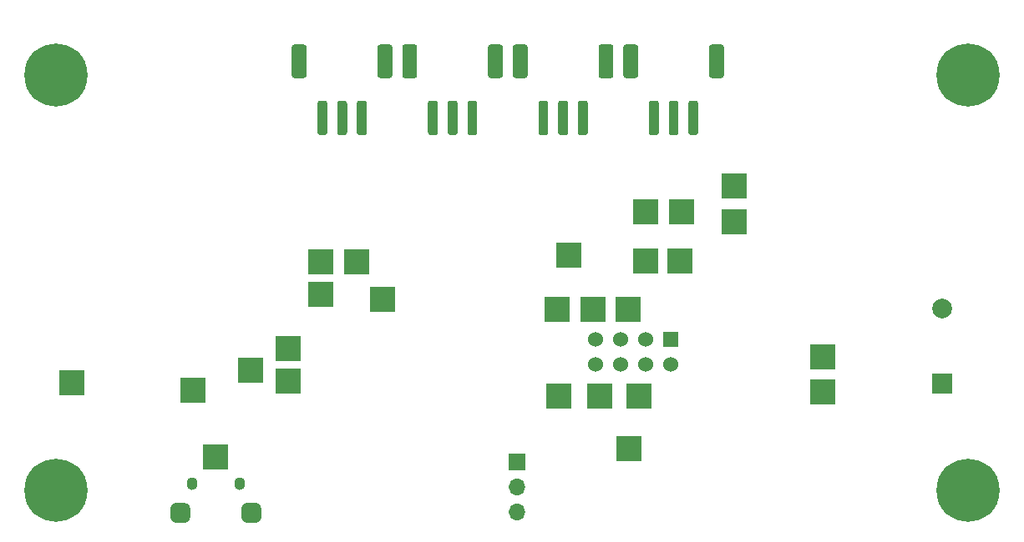
<source format=gbr>
%TF.GenerationSoftware,KiCad,Pcbnew,5.1.9-73d0e3b20d~88~ubuntu20.04.1*%
%TF.CreationDate,2021-03-25T20:20:19-05:00*%
%TF.ProjectId,DroneController,44726f6e-6543-46f6-9e74-726f6c6c6572,rev?*%
%TF.SameCoordinates,Original*%
%TF.FileFunction,Soldermask,Bot*%
%TF.FilePolarity,Negative*%
%FSLAX46Y46*%
G04 Gerber Fmt 4.6, Leading zero omitted, Abs format (unit mm)*
G04 Created by KiCad (PCBNEW 5.1.9-73d0e3b20d~88~ubuntu20.04.1) date 2021-03-25 20:20:19*
%MOMM*%
%LPD*%
G01*
G04 APERTURE LIST*
%ADD10R,2.500000X2.500000*%
%ADD11O,1.700000X1.700000*%
%ADD12R,1.700000X1.700000*%
%ADD13O,1.100000X1.300000*%
%ADD14C,1.524000*%
%ADD15R,1.524000X1.524000*%
%ADD16C,0.800000*%
%ADD17C,6.400000*%
%ADD18C,2.000000*%
%ADD19R,2.000000X2.000000*%
G04 APERTURE END LIST*
D10*
%TO.C,TP26*%
X133500000Y-113800000D03*
%TD*%
%TO.C,TP25*%
X127700000Y-115800000D03*
%TD*%
%TO.C,TP24*%
X115400000Y-115000000D03*
%TD*%
%TO.C,TP23*%
X130000000Y-122600000D03*
%TD*%
%TO.C,TP22*%
X171900000Y-121700000D03*
%TD*%
%TO.C,TP21*%
X173600000Y-97700000D03*
%TD*%
%TO.C,TP20*%
X182500000Y-95100000D03*
%TD*%
%TO.C,TP19*%
X177000000Y-102700000D03*
%TD*%
%TO.C,TP18*%
X165800000Y-102100000D03*
%TD*%
%TO.C,TP17*%
X173600000Y-102700000D03*
%TD*%
%TO.C,TP16*%
X177200000Y-97700000D03*
%TD*%
%TO.C,TP15*%
X182500000Y-98700000D03*
%TD*%
%TO.C,TP14*%
X164800000Y-116400000D03*
%TD*%
%TO.C,TP13*%
X171800000Y-107600000D03*
%TD*%
%TO.C,TP12*%
X172900000Y-116400000D03*
%TD*%
%TO.C,TP11*%
X191500000Y-116000000D03*
%TD*%
%TO.C,TP10*%
X164600000Y-107600000D03*
%TD*%
%TO.C,TP9*%
X191500000Y-112400000D03*
%TD*%
%TO.C,TP8*%
X168900000Y-116400000D03*
%TD*%
%TO.C,TP7*%
X168200000Y-107600000D03*
%TD*%
%TO.C,TP6*%
X140600000Y-102800000D03*
%TD*%
%TO.C,TP5*%
X137300000Y-114900000D03*
%TD*%
%TO.C,TP4*%
X140600000Y-106100000D03*
%TD*%
%TO.C,TP3*%
X137300000Y-111600000D03*
%TD*%
%TO.C,TP2*%
X146900000Y-106600000D03*
%TD*%
%TO.C,TP1*%
X144300000Y-102800000D03*
%TD*%
D11*
%TO.C,J1*%
X160500000Y-128180000D03*
X160500000Y-125640000D03*
D12*
X160500000Y-123100000D03*
%TD*%
D13*
%TO.C,J2*%
X132400000Y-125250000D03*
X127600000Y-125250000D03*
G36*
G01*
X132600000Y-128750000D02*
X132600000Y-127750000D01*
G75*
G02*
X133100000Y-127250000I500000J0D01*
G01*
X134100000Y-127250000D01*
G75*
G02*
X134600000Y-127750000I0J-500000D01*
G01*
X134600000Y-128750000D01*
G75*
G02*
X134100000Y-129250000I-500000J0D01*
G01*
X133100000Y-129250000D01*
G75*
G02*
X132600000Y-128750000I0J500000D01*
G01*
G37*
G36*
G01*
X125400000Y-128750000D02*
X125400000Y-127750000D01*
G75*
G02*
X125900000Y-127250000I500000J0D01*
G01*
X126900000Y-127250000D01*
G75*
G02*
X127400000Y-127750000I0J-500000D01*
G01*
X127400000Y-128750000D01*
G75*
G02*
X126900000Y-129250000I-500000J0D01*
G01*
X125900000Y-129250000D01*
G75*
G02*
X125400000Y-128750000I0J500000D01*
G01*
G37*
%TD*%
D14*
%TO.C,U6*%
X168480000Y-113140000D03*
X168480000Y-110600000D03*
X171020000Y-113140000D03*
X171020000Y-110600000D03*
X173560000Y-113140000D03*
X173560000Y-110600000D03*
X176100000Y-113140000D03*
D15*
X176100000Y-110600000D03*
%TD*%
D16*
%TO.C,H4*%
X207945056Y-124286944D03*
X206248000Y-123584000D03*
X204550944Y-124286944D03*
X203848000Y-125984000D03*
X204550944Y-127681056D03*
X206248000Y-128384000D03*
X207945056Y-127681056D03*
X208648000Y-125984000D03*
D17*
X206248000Y-125984000D03*
%TD*%
D16*
%TO.C,H3*%
X207945056Y-82122944D03*
X206248000Y-81420000D03*
X204550944Y-82122944D03*
X203848000Y-83820000D03*
X204550944Y-85517056D03*
X206248000Y-86220000D03*
X207945056Y-85517056D03*
X208648000Y-83820000D03*
D17*
X206248000Y-83820000D03*
%TD*%
D16*
%TO.C,H2*%
X115489056Y-124286944D03*
X113792000Y-123584000D03*
X112094944Y-124286944D03*
X111392000Y-125984000D03*
X112094944Y-127681056D03*
X113792000Y-128384000D03*
X115489056Y-127681056D03*
X116192000Y-125984000D03*
D17*
X113792000Y-125984000D03*
%TD*%
D16*
%TO.C,H1*%
X115489056Y-82122944D03*
X113792000Y-81420000D03*
X112094944Y-82122944D03*
X111392000Y-83820000D03*
X112094944Y-85517056D03*
X113792000Y-86220000D03*
X115489056Y-85517056D03*
X116192000Y-83820000D03*
D17*
X113792000Y-83820000D03*
%TD*%
%TO.C,J14*%
G36*
G01*
X146400000Y-83850000D02*
X146400000Y-80950000D01*
G75*
G02*
X146650000Y-80700000I250000J0D01*
G01*
X147650000Y-80700000D01*
G75*
G02*
X147900000Y-80950000I0J-250000D01*
G01*
X147900000Y-83850000D01*
G75*
G02*
X147650000Y-84100000I-250000J0D01*
G01*
X146650000Y-84100000D01*
G75*
G02*
X146400000Y-83850000I0J250000D01*
G01*
G37*
G36*
G01*
X137700000Y-83850000D02*
X137700000Y-80950000D01*
G75*
G02*
X137950000Y-80700000I250000J0D01*
G01*
X138950000Y-80700000D01*
G75*
G02*
X139200000Y-80950000I0J-250000D01*
G01*
X139200000Y-83850000D01*
G75*
G02*
X138950000Y-84100000I-250000J0D01*
G01*
X137950000Y-84100000D01*
G75*
G02*
X137700000Y-83850000I0J250000D01*
G01*
G37*
G36*
G01*
X144300000Y-89650000D02*
X144300000Y-86650000D01*
G75*
G02*
X144550000Y-86400000I250000J0D01*
G01*
X145050000Y-86400000D01*
G75*
G02*
X145300000Y-86650000I0J-250000D01*
G01*
X145300000Y-89650000D01*
G75*
G02*
X145050000Y-89900000I-250000J0D01*
G01*
X144550000Y-89900000D01*
G75*
G02*
X144300000Y-89650000I0J250000D01*
G01*
G37*
G36*
G01*
X142300000Y-89650000D02*
X142300000Y-86650000D01*
G75*
G02*
X142550000Y-86400000I250000J0D01*
G01*
X143050000Y-86400000D01*
G75*
G02*
X143300000Y-86650000I0J-250000D01*
G01*
X143300000Y-89650000D01*
G75*
G02*
X143050000Y-89900000I-250000J0D01*
G01*
X142550000Y-89900000D01*
G75*
G02*
X142300000Y-89650000I0J250000D01*
G01*
G37*
G36*
G01*
X140300000Y-89650000D02*
X140300000Y-86650000D01*
G75*
G02*
X140550000Y-86400000I250000J0D01*
G01*
X141050000Y-86400000D01*
G75*
G02*
X141300000Y-86650000I0J-250000D01*
G01*
X141300000Y-89650000D01*
G75*
G02*
X141050000Y-89900000I-250000J0D01*
G01*
X140550000Y-89900000D01*
G75*
G02*
X140300000Y-89650000I0J250000D01*
G01*
G37*
%TD*%
%TO.C,J12*%
G36*
G01*
X157600000Y-83850000D02*
X157600000Y-80950000D01*
G75*
G02*
X157850000Y-80700000I250000J0D01*
G01*
X158850000Y-80700000D01*
G75*
G02*
X159100000Y-80950000I0J-250000D01*
G01*
X159100000Y-83850000D01*
G75*
G02*
X158850000Y-84100000I-250000J0D01*
G01*
X157850000Y-84100000D01*
G75*
G02*
X157600000Y-83850000I0J250000D01*
G01*
G37*
G36*
G01*
X148900000Y-83850000D02*
X148900000Y-80950000D01*
G75*
G02*
X149150000Y-80700000I250000J0D01*
G01*
X150150000Y-80700000D01*
G75*
G02*
X150400000Y-80950000I0J-250000D01*
G01*
X150400000Y-83850000D01*
G75*
G02*
X150150000Y-84100000I-250000J0D01*
G01*
X149150000Y-84100000D01*
G75*
G02*
X148900000Y-83850000I0J250000D01*
G01*
G37*
G36*
G01*
X155500000Y-89650000D02*
X155500000Y-86650000D01*
G75*
G02*
X155750000Y-86400000I250000J0D01*
G01*
X156250000Y-86400000D01*
G75*
G02*
X156500000Y-86650000I0J-250000D01*
G01*
X156500000Y-89650000D01*
G75*
G02*
X156250000Y-89900000I-250000J0D01*
G01*
X155750000Y-89900000D01*
G75*
G02*
X155500000Y-89650000I0J250000D01*
G01*
G37*
G36*
G01*
X153500000Y-89650000D02*
X153500000Y-86650000D01*
G75*
G02*
X153750000Y-86400000I250000J0D01*
G01*
X154250000Y-86400000D01*
G75*
G02*
X154500000Y-86650000I0J-250000D01*
G01*
X154500000Y-89650000D01*
G75*
G02*
X154250000Y-89900000I-250000J0D01*
G01*
X153750000Y-89900000D01*
G75*
G02*
X153500000Y-89650000I0J250000D01*
G01*
G37*
G36*
G01*
X151500000Y-89650000D02*
X151500000Y-86650000D01*
G75*
G02*
X151750000Y-86400000I250000J0D01*
G01*
X152250000Y-86400000D01*
G75*
G02*
X152500000Y-86650000I0J-250000D01*
G01*
X152500000Y-89650000D01*
G75*
G02*
X152250000Y-89900000I-250000J0D01*
G01*
X151750000Y-89900000D01*
G75*
G02*
X151500000Y-89650000I0J250000D01*
G01*
G37*
%TD*%
%TO.C,J10*%
G36*
G01*
X168800000Y-83850000D02*
X168800000Y-80950000D01*
G75*
G02*
X169050000Y-80700000I250000J0D01*
G01*
X170050000Y-80700000D01*
G75*
G02*
X170300000Y-80950000I0J-250000D01*
G01*
X170300000Y-83850000D01*
G75*
G02*
X170050000Y-84100000I-250000J0D01*
G01*
X169050000Y-84100000D01*
G75*
G02*
X168800000Y-83850000I0J250000D01*
G01*
G37*
G36*
G01*
X160100000Y-83850000D02*
X160100000Y-80950000D01*
G75*
G02*
X160350000Y-80700000I250000J0D01*
G01*
X161350000Y-80700000D01*
G75*
G02*
X161600000Y-80950000I0J-250000D01*
G01*
X161600000Y-83850000D01*
G75*
G02*
X161350000Y-84100000I-250000J0D01*
G01*
X160350000Y-84100000D01*
G75*
G02*
X160100000Y-83850000I0J250000D01*
G01*
G37*
G36*
G01*
X166700000Y-89650000D02*
X166700000Y-86650000D01*
G75*
G02*
X166950000Y-86400000I250000J0D01*
G01*
X167450000Y-86400000D01*
G75*
G02*
X167700000Y-86650000I0J-250000D01*
G01*
X167700000Y-89650000D01*
G75*
G02*
X167450000Y-89900000I-250000J0D01*
G01*
X166950000Y-89900000D01*
G75*
G02*
X166700000Y-89650000I0J250000D01*
G01*
G37*
G36*
G01*
X164700000Y-89650000D02*
X164700000Y-86650000D01*
G75*
G02*
X164950000Y-86400000I250000J0D01*
G01*
X165450000Y-86400000D01*
G75*
G02*
X165700000Y-86650000I0J-250000D01*
G01*
X165700000Y-89650000D01*
G75*
G02*
X165450000Y-89900000I-250000J0D01*
G01*
X164950000Y-89900000D01*
G75*
G02*
X164700000Y-89650000I0J250000D01*
G01*
G37*
G36*
G01*
X162700000Y-89650000D02*
X162700000Y-86650000D01*
G75*
G02*
X162950000Y-86400000I250000J0D01*
G01*
X163450000Y-86400000D01*
G75*
G02*
X163700000Y-86650000I0J-250000D01*
G01*
X163700000Y-89650000D01*
G75*
G02*
X163450000Y-89900000I-250000J0D01*
G01*
X162950000Y-89900000D01*
G75*
G02*
X162700000Y-89650000I0J250000D01*
G01*
G37*
%TD*%
%TO.C,J8*%
G36*
G01*
X180000000Y-83850000D02*
X180000000Y-80950000D01*
G75*
G02*
X180250000Y-80700000I250000J0D01*
G01*
X181250000Y-80700000D01*
G75*
G02*
X181500000Y-80950000I0J-250000D01*
G01*
X181500000Y-83850000D01*
G75*
G02*
X181250000Y-84100000I-250000J0D01*
G01*
X180250000Y-84100000D01*
G75*
G02*
X180000000Y-83850000I0J250000D01*
G01*
G37*
G36*
G01*
X171300000Y-83850000D02*
X171300000Y-80950000D01*
G75*
G02*
X171550000Y-80700000I250000J0D01*
G01*
X172550000Y-80700000D01*
G75*
G02*
X172800000Y-80950000I0J-250000D01*
G01*
X172800000Y-83850000D01*
G75*
G02*
X172550000Y-84100000I-250000J0D01*
G01*
X171550000Y-84100000D01*
G75*
G02*
X171300000Y-83850000I0J250000D01*
G01*
G37*
G36*
G01*
X177900000Y-89650000D02*
X177900000Y-86650000D01*
G75*
G02*
X178150000Y-86400000I250000J0D01*
G01*
X178650000Y-86400000D01*
G75*
G02*
X178900000Y-86650000I0J-250000D01*
G01*
X178900000Y-89650000D01*
G75*
G02*
X178650000Y-89900000I-250000J0D01*
G01*
X178150000Y-89900000D01*
G75*
G02*
X177900000Y-89650000I0J250000D01*
G01*
G37*
G36*
G01*
X175900000Y-89650000D02*
X175900000Y-86650000D01*
G75*
G02*
X176150000Y-86400000I250000J0D01*
G01*
X176650000Y-86400000D01*
G75*
G02*
X176900000Y-86650000I0J-250000D01*
G01*
X176900000Y-89650000D01*
G75*
G02*
X176650000Y-89900000I-250000J0D01*
G01*
X176150000Y-89900000D01*
G75*
G02*
X175900000Y-89650000I0J250000D01*
G01*
G37*
G36*
G01*
X173900000Y-89650000D02*
X173900000Y-86650000D01*
G75*
G02*
X174150000Y-86400000I250000J0D01*
G01*
X174650000Y-86400000D01*
G75*
G02*
X174900000Y-86650000I0J-250000D01*
G01*
X174900000Y-89650000D01*
G75*
G02*
X174650000Y-89900000I-250000J0D01*
G01*
X174150000Y-89900000D01*
G75*
G02*
X173900000Y-89650000I0J250000D01*
G01*
G37*
%TD*%
D18*
%TO.C,BZ1*%
X203600000Y-107500000D03*
D19*
X203600000Y-115100000D03*
%TD*%
M02*

</source>
